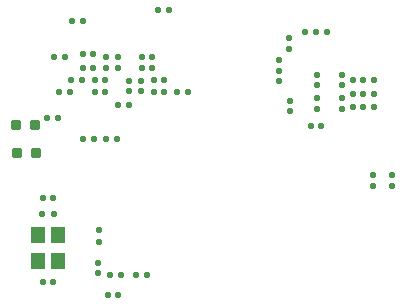
<source format=gbp>
G04*
G04 #@! TF.GenerationSoftware,Altium Limited,Altium Designer,19.1.6 (110)*
G04*
G04 Layer_Color=128*
%FSLAX25Y25*%
%MOIN*%
G70*
G01*
G75*
G04:AMPARAMS|DCode=26|XSize=31.5mil|YSize=35.43mil|CornerRadius=4.1mil|HoleSize=0mil|Usage=FLASHONLY|Rotation=0.000|XOffset=0mil|YOffset=0mil|HoleType=Round|Shape=RoundedRectangle|*
%AMROUNDEDRECTD26*
21,1,0.03150,0.02724,0,0,0.0*
21,1,0.02331,0.03543,0,0,0.0*
1,1,0.00819,0.01165,-0.01362*
1,1,0.00819,-0.01165,-0.01362*
1,1,0.00819,-0.01165,0.01362*
1,1,0.00819,0.01165,0.01362*
%
%ADD26ROUNDEDRECTD26*%
G04:AMPARAMS|DCode=34|XSize=19.68mil|YSize=21.65mil|CornerRadius=4.92mil|HoleSize=0mil|Usage=FLASHONLY|Rotation=270.000|XOffset=0mil|YOffset=0mil|HoleType=Round|Shape=RoundedRectangle|*
%AMROUNDEDRECTD34*
21,1,0.01968,0.01181,0,0,270.0*
21,1,0.00984,0.02165,0,0,270.0*
1,1,0.00984,-0.00591,-0.00492*
1,1,0.00984,-0.00591,0.00492*
1,1,0.00984,0.00591,0.00492*
1,1,0.00984,0.00591,-0.00492*
%
%ADD34ROUNDEDRECTD34*%
G04:AMPARAMS|DCode=35|XSize=19.68mil|YSize=19.68mil|CornerRadius=4.92mil|HoleSize=0mil|Usage=FLASHONLY|Rotation=270.000|XOffset=0mil|YOffset=0mil|HoleType=Round|Shape=RoundedRectangle|*
%AMROUNDEDRECTD35*
21,1,0.01968,0.00984,0,0,270.0*
21,1,0.00984,0.01968,0,0,270.0*
1,1,0.00984,-0.00492,-0.00492*
1,1,0.00984,-0.00492,0.00492*
1,1,0.00984,0.00492,0.00492*
1,1,0.00984,0.00492,-0.00492*
%
%ADD35ROUNDEDRECTD35*%
G04:AMPARAMS|DCode=37|XSize=19.68mil|YSize=21.65mil|CornerRadius=4.92mil|HoleSize=0mil|Usage=FLASHONLY|Rotation=180.000|XOffset=0mil|YOffset=0mil|HoleType=Round|Shape=RoundedRectangle|*
%AMROUNDEDRECTD37*
21,1,0.01968,0.01181,0,0,180.0*
21,1,0.00984,0.02165,0,0,180.0*
1,1,0.00984,-0.00492,0.00591*
1,1,0.00984,0.00492,0.00591*
1,1,0.00984,0.00492,-0.00591*
1,1,0.00984,-0.00492,-0.00591*
%
%ADD37ROUNDEDRECTD37*%
%ADD103R,0.04724X0.05512*%
G04:AMPARAMS|DCode=104|XSize=19.68mil|YSize=21.65mil|CornerRadius=4.04mil|HoleSize=0mil|Usage=FLASHONLY|Rotation=90.000|XOffset=0mil|YOffset=0mil|HoleType=Round|Shape=RoundedRectangle|*
%AMROUNDEDRECTD104*
21,1,0.01968,0.01358,0,0,90.0*
21,1,0.01161,0.02165,0,0,90.0*
1,1,0.00807,0.00679,0.00581*
1,1,0.00807,0.00679,-0.00581*
1,1,0.00807,-0.00679,-0.00581*
1,1,0.00807,-0.00679,0.00581*
%
%ADD104ROUNDEDRECTD104*%
G04:AMPARAMS|DCode=105|XSize=19.68mil|YSize=21.65mil|CornerRadius=4.04mil|HoleSize=0mil|Usage=FLASHONLY|Rotation=180.000|XOffset=0mil|YOffset=0mil|HoleType=Round|Shape=RoundedRectangle|*
%AMROUNDEDRECTD105*
21,1,0.01968,0.01358,0,0,180.0*
21,1,0.01161,0.02165,0,0,180.0*
1,1,0.00807,-0.00581,0.00679*
1,1,0.00807,0.00581,0.00679*
1,1,0.00807,0.00581,-0.00679*
1,1,0.00807,-0.00581,-0.00679*
%
%ADD105ROUNDEDRECTD105*%
D26*
X114173Y150394D02*
D03*
X107874D02*
D03*
X114567Y140945D02*
D03*
X108268D02*
D03*
D34*
X165157Y161417D02*
D03*
X161614D02*
D03*
X130118Y185039D02*
D03*
X126575D02*
D03*
X125787Y161417D02*
D03*
X122244D02*
D03*
X158858Y188583D02*
D03*
X155315D02*
D03*
X137598Y165354D02*
D03*
X134055D02*
D03*
X137598Y161417D02*
D03*
X134055D02*
D03*
X133705Y145669D02*
D03*
X130161D02*
D03*
X141535Y145669D02*
D03*
X137992D02*
D03*
X153346Y173228D02*
D03*
X149803D02*
D03*
X153346Y169291D02*
D03*
X149803D02*
D03*
X145472Y157087D02*
D03*
X141929D02*
D03*
X133661Y169291D02*
D03*
X130118D02*
D03*
X129724Y165354D02*
D03*
X126181D02*
D03*
X157283D02*
D03*
X153740D02*
D03*
X157283Y161417D02*
D03*
X153740D02*
D03*
X133661Y174016D02*
D03*
X130118D02*
D03*
X124212Y173228D02*
D03*
X120669D02*
D03*
X121850Y152756D02*
D03*
X118307D02*
D03*
X209646Y150074D02*
D03*
X206102D02*
D03*
X141929Y93701D02*
D03*
X138386D02*
D03*
X151378Y100394D02*
D03*
X147835D02*
D03*
X120276Y126060D02*
D03*
X116732D02*
D03*
X120276Y98075D02*
D03*
X116732D02*
D03*
X227165Y156299D02*
D03*
X223622D02*
D03*
X220079D02*
D03*
X227165Y160630D02*
D03*
X223622D02*
D03*
X220079D02*
D03*
X227165Y165354D02*
D03*
X223622D02*
D03*
X220079D02*
D03*
X211417Y181496D02*
D03*
X207874D02*
D03*
X204331D02*
D03*
D35*
X120472Y120591D02*
D03*
X116535D02*
D03*
D37*
X137795Y173031D02*
D03*
Y169488D02*
D03*
X141732Y173031D02*
D03*
Y169488D02*
D03*
X145669Y165157D02*
D03*
Y161614D02*
D03*
X149606Y165157D02*
D03*
Y161614D02*
D03*
X208268Y167126D02*
D03*
Y163583D02*
D03*
Y159252D02*
D03*
Y155709D02*
D03*
X216535Y167126D02*
D03*
Y163583D02*
D03*
Y159252D02*
D03*
Y155709D02*
D03*
X199213Y158465D02*
D03*
Y154921D02*
D03*
X198819Y179268D02*
D03*
Y175724D02*
D03*
X135039Y104528D02*
D03*
Y100984D02*
D03*
X195669Y172047D02*
D03*
Y168504D02*
D03*
Y164961D02*
D03*
D103*
X121850Y113779D02*
D03*
Y105118D02*
D03*
X115157Y113779D02*
D03*
Y105118D02*
D03*
D104*
X233071Y133760D02*
D03*
Y130020D02*
D03*
X226772Y133760D02*
D03*
Y130020D02*
D03*
X135433Y115256D02*
D03*
Y111516D02*
D03*
D105*
X142815Y100394D02*
D03*
X139075D02*
D03*
M02*

</source>
